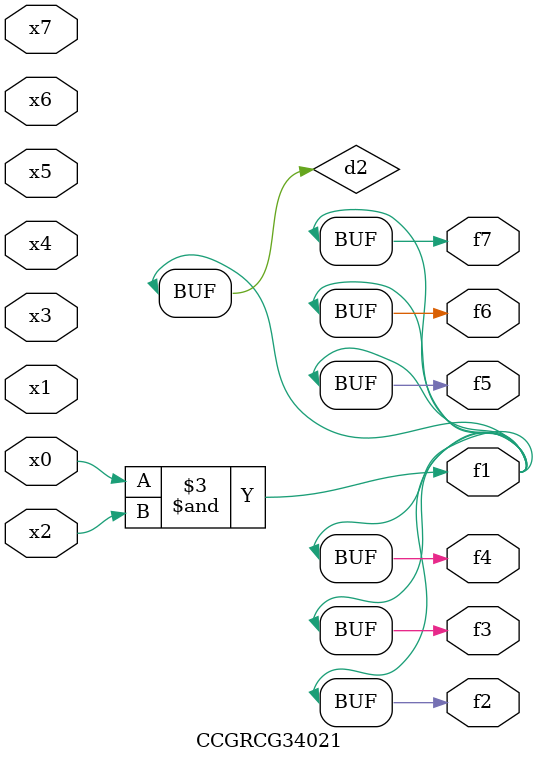
<source format=v>
module CCGRCG34021(
	input x0, x1, x2, x3, x4, x5, x6, x7,
	output f1, f2, f3, f4, f5, f6, f7
);

	wire d1, d2;

	nor (d1, x3, x6);
	and (d2, x0, x2);
	assign f1 = d2;
	assign f2 = d2;
	assign f3 = d2;
	assign f4 = d2;
	assign f5 = d2;
	assign f6 = d2;
	assign f7 = d2;
endmodule

</source>
